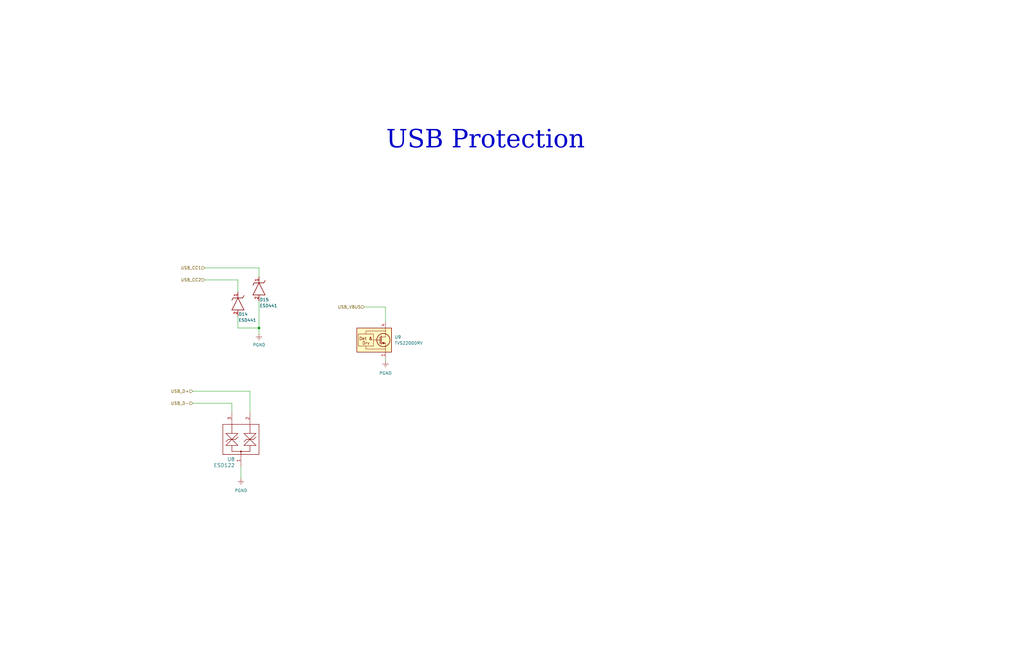
<source format=kicad_sch>
(kicad_sch (version 20231120) (generator "eeschema") (generator_version "8.0")
  (paper "B")
  (title_block (title "SCAN") (date "2025-01-30") (rev "v1.1") (company "Senior Design Group 35"))
  (lib_symbols
    (symbol "Power_Protection:TVS2200DRV" (pin_names (offset 0) hide)
      (property "Reference" "U" (at 2.54 1.27 0))
      (property "Value" "TVS2200DRV" (at 2.54 -1.27 0))
      (symbol "TVS2200DRV_0_0"
        (rectangle (start -11.43 2.54) (end -5.08 -2.54))
        (polyline (pts (xy 0 1.27) (xy -1.778 1.27)))
        (polyline (pts (xy -8.255 -2.54) (xy -8.255 -3.81) (xy 0 -3.81)))
        (polyline (pts (xy -8.255 2.54) (xy -8.255 3.81) (xy 0 3.81)))
        (text "Det &" (at -8.255 0.635 0) (effects (font (size 1.27 1.27))))
        (text "Drv" (at -8.255 -1.27 0) (effects (font (size 1.27 1.27))))
      )
      (symbol "TVS2200DRV_0_1"
        (rectangle (start -12.065 5.08) (end 2.54 -5.08) (stroke (width 0.254)) (fill (type background)))
        (circle (center -0.889 0) (radius 2.794) (stroke (width 0.254)))
        (polyline (pts (xy -2.286 0) (xy -5.08 0)))
        (polyline (pts (xy -2.286 1.397) (xy -2.286 -1.524)) (stroke (width 0.254)))
        (polyline (pts (xy -1.778 1.778) (xy -1.778 -1.778)) (stroke (width 0.254)))
        (polyline (pts (xy 0 -2.54) (xy 0 -5.08)))
        (polyline (pts (xy 0 2.54) (xy 0 1.27)))
        (polyline (pts (xy 0 5.08) (xy 0 2.54)))
        (polyline (pts (xy 0 -2.54) (xy 0 -1.27) (xy -1.778 -1.27)))
        (polyline (pts (xy -0.127 -1.27) (xy -1.143 -1.651) (xy -1.143 -0.889) (xy -0.127 -1.27)) (fill (type outline)))
      )
      (symbol "TVS2200DRV_1_1"
        (pin power_in line (at 0 -7.62 90) (length 2.54) (name "GND") (number "1"))
        (pin passive line (at 0 -7.62 90) (length 2.54) hide (name "GND") (number "2"))
        (pin passive line (at 0 -7.62 90) (length 2.54) hide (name "GND") (number "3"))
        (pin passive line (at 0 7.62 270) (length 2.54) (name "IN") (number "4"))
        (pin passive line (at 0 7.62 270) (length 2.54) hide (name "IN") (number "5"))
        (pin passive line (at 0 7.62 270) (length 2.54) hide (name "IN") (number "6"))
        (pin passive line (at 0 -7.62 90) (length 2.54) hide (name "GND") (number "7"))
      )
    )
    (symbol "custom_symbols:ESD122DMYR" (pin_names (offset 0.254))
      (property "Reference" "U" (at 0 1.27 0))
      (property "Value" "ESD122DMYR" (at 0 0 0))
      (symbol "ESD122DMYR_0_1"
        (circle (center -5.08 0) (radius 0.254) (stroke (width 0.2032)))
        (polyline (pts (xy -6.35 -7.62) (xy 6.35 -7.62)) (stroke (width 0.2032)))
        (polyline (pts (xy -6.35 0) (xy -5.08 0)) (stroke (width 0.2032)))
        (polyline (pts (xy -6.35 7.62) (xy -6.35 -7.62)) (stroke (width 0.2032)))
        (polyline (pts (xy -5.08 0) (xy -5.08 -3.81)) (stroke (width 0.2032)))
        (polyline (pts (xy -5.08 3.81) (xy -5.08 0)) (stroke (width 0.2032)))
        (polyline (pts (xy -2.54 -6.35) (xy 0 -3.81)) (stroke (width 0.2032)))
        (polyline (pts (xy -2.54 -3.81) (xy -5.08 -3.81)) (stroke (width 0.2032)))
        (polyline (pts (xy -2.54 -1.27) (xy -2.54 -6.35)) (stroke (width 0.2032)))
        (polyline (pts (xy -2.54 1.27) (xy 0 3.81)) (stroke (width 0.2032)))
        (polyline (pts (xy -2.54 3.81) (xy -5.08 3.81)) (stroke (width 0.2032)))
        (polyline (pts (xy -2.54 6.35) (xy -2.54 1.27)) (stroke (width 0.2032)))
        (polyline (pts (xy 0 -5.334) (xy 0 -2.286)) (stroke (width 0.2032)))
        (polyline (pts (xy 0 -3.81) (xy -2.54 -1.27)) (stroke (width 0.2032)))
        (polyline (pts (xy 0 -3.81) (xy 2.54 -1.27)) (stroke (width 0.2032)))
        (polyline (pts (xy 0 -2.286) (xy -1.016 -1.27)) (stroke (width 0.2032)))
        (polyline (pts (xy 0 2.286) (xy 0 5.334)) (stroke (width 0.2032)))
        (polyline (pts (xy 0 3.81) (xy -2.54 6.35)) (stroke (width 0.2032)))
        (polyline (pts (xy 0 3.81) (xy 2.54 6.35)) (stroke (width 0.2032)))
        (polyline (pts (xy 0 5.334) (xy -1.016 6.35)) (stroke (width 0.2032)))
        (polyline (pts (xy 1.016 -6.35) (xy 0 -5.334)) (stroke (width 0.2032)))
        (polyline (pts (xy 1.016 1.27) (xy 0 2.286)) (stroke (width 0.2032)))
        (polyline (pts (xy 2.54 -6.35) (xy 0 -3.81)) (stroke (width 0.2032)))
        (polyline (pts (xy 2.54 -1.27) (xy 2.54 -6.35)) (stroke (width 0.2032)))
        (polyline (pts (xy 2.54 1.27) (xy 0 3.81)) (stroke (width 0.2032)))
        (polyline (pts (xy 2.54 6.35) (xy 2.54 1.27)) (stroke (width 0.2032)))
        (polyline (pts (xy 6.35 -7.62) (xy 6.35 7.62)) (stroke (width 0.2032)))
        (polyline (pts (xy 6.35 -3.81) (xy 2.54 -3.81)) (stroke (width 0.2032)))
        (polyline (pts (xy 6.35 3.81) (xy 2.54 3.81)) (stroke (width 0.2032)))
        (polyline (pts (xy 6.35 7.62) (xy -6.35 7.62)) (stroke (width 0.2032)))
      )
      (symbol "ESD122DMYR_1_1"
        (pin unspecified line (at -11.43 0 0) (length 5.08) (name "") (number "1"))
        (pin unspecified line (at 11.43 -3.81 180) (length 5.08) (name "") (number "2"))
        (pin unspecified line (at 11.43 3.81 180) (length 5.08) (name "") (number "3"))
      )
    )
    (symbol "custom_symbols:ESD441DPLR" (pin_names hide)
      (property "Reference" "D" (at 12.7 8.89 0))
      (property "Value" "ESD441DPLR" (at 12.7 6.35 0))
      (symbol "ESD441DPLR_1_1"
        (polyline (pts (xy 9.144 2.54) (xy 10.16 2.032)) (stroke (width 0.254)))
        (polyline (pts (xy 10.16 -2.032) (xy 10.16 2.032)) (stroke (width 0.254)))
        (polyline (pts (xy 10.16 -2.032) (xy 11.176 -2.54)) (stroke (width 0.254)))
        (polyline (pts (xy 10.16 0) (xy 15.24 -2.54)) (stroke (width 0.254)))
        (polyline (pts (xy 15.24 2.54) (xy 10.16 0)) (stroke (width 0.254)))
        (polyline (pts (xy 15.24 2.54) (xy 15.24 -2.54)) (stroke (width 0.254)))
        (pin passive line (at 7.62 0 0) (length 2.54) (name "1") (number "1"))
        (pin passive line (at 17.78 0 180) (length 2.54) (name "2") (number "2"))
      )
    )
    (symbol "power:GNDREF" (power) (pin_numbers hide) (pin_names (offset 0) hide)
      (property "Value" "GNDREF" (at 0 -3.81 0))
      (symbol "GNDREF_0_1"
        (polyline (pts (xy -0.635 -1.905) (xy 0.635 -1.905)))
        (polyline (pts (xy -0.127 -2.54) (xy 0.127 -2.54)))
        (polyline (pts (xy 0 -1.27) (xy 0 0)))
        (polyline (pts (xy 1.27 -1.27) (xy -1.27 -1.27)))
      )
      (symbol "GNDREF_1_1"
        (pin power_in line (at 0 0 270) (length 0) (name "~") (number "1"))
      )
    )
  )
  (junction (at 109.22 138.43))
  (wire (pts (xy 81.28 170.18) (xy 97.79 170.18)))
  (wire (pts (xy 100.33 133.35) (xy 100.33 138.43)))
  (wire (pts (xy 97.79 170.18) (xy 97.79 173.99)))
  (wire (pts (xy 105.41 165.1) (xy 81.28 165.1)))
  (wire (pts (xy 86.36 118.11) (xy 100.33 118.11)))
  (wire (pts (xy 162.56 129.54) (xy 162.56 135.89)))
  (wire (pts (xy 109.22 113.03) (xy 109.22 116.84)))
  (wire (pts (xy 162.56 152.4) (xy 162.56 151.13)))
  (wire (pts (xy 101.6 196.85) (xy 101.6 201.93)))
  (wire (pts (xy 100.33 138.43) (xy 109.22 138.43)))
  (wire (pts (xy 109.22 127) (xy 109.22 138.43)))
  (wire (pts (xy 86.36 113.03) (xy 109.22 113.03)))
  (wire (pts (xy 100.33 118.11) (xy 100.33 123.19)))
  (wire (pts (xy 109.22 138.43) (xy 109.22 140.97)))
  (wire (pts (xy 153.67 129.54) (xy 162.56 129.54)))
  (wire (pts (xy 105.41 173.99) (xy 105.41 165.1)))
  (text "USB Protection" (at 204.724 61.214 0) (effects (font (size 7.62 7.62) (thickness 0.9525))))
  (hierarchical_label "USB_CC1" (shape input) (at 86.36 113.03 180))
  (hierarchical_label "USB_D-" (shape input) (at 81.28 170.18 180))
  (hierarchical_label "USB_D+" (shape input) (at 81.28 165.1 180))
  (hierarchical_label "USB_CC2" (shape input) (at 86.36 118.11 180))
  (hierarchical_label "USB_VBUS" (shape input) (at 153.67 129.54 180))
  (symbol (lib_id "custom_symbols:ESD441DPLR") (at 100.33 115.57 270) (unit 1)
    (property "Reference" "D14" (at 100.584 132.588 90) (effects (justify left)))
    (property "Value" "ESD441" (at 100.584 135.128 90) (effects (justify left)))
    (property "Footprint" "SCAN_footprints:X2SON2_DPL_TEX" (effects (hide yes)))
    (property "Description" "TVS Diode" (effects (hide yes)))
    (property "Manufacturer_Name" "Texas Instruments" (effects (hide yes)))
    (property "Manufacturer_Part_Number" "ESD441DPLR" (effects (hide yes)))
  )
  (symbol (lib_id "power:GNDREF") (at 101.6 201.93 0) (unit 1)
    (property "Reference" "#PWR090" (effects (hide yes)))
    (property "Value" "PGND" (at 101.6 207.01 0))
    (property "Description" "Power symbol creates a global label with name \"GNDREF\" , reference supply ground" (effects (hide yes)))
  )
  (symbol (lib_id "custom_symbols:ESD441DPLR") (at 109.22 109.22 270) (unit 1)
    (property "Reference" "D15" (at 109.474 126.492 90) (effects (justify left)))
    (property "Value" "ESD441" (at 109.474 129.032 90) (effects (justify left)))
    (property "Footprint" "SCAN_footprints:X2SON2_DPL_TEX" (effects (hide yes)))
    (property "Description" "TVS Diode" (effects (hide yes)))
    (property "Manufacturer_Name" "Texas Instruments" (effects (hide yes)))
    (property "Manufacturer_Part_Number" "ESD441DPLR" (effects (hide yes)))
  )
  (symbol (lib_id "Power_Protection:TVS2200DRV") (at 162.56 143.51 0) (unit 1)
    (property "Reference" "U9" (at 166.37 142.2399 0) (effects (justify left)))
    (property "Value" "TVS2200DRV" (at 166.37 144.7799 0) (effects (justify left)))
    (property "Footprint" "Package_SON:WSON-6-1EP_2x2mm_P0.65mm_EP1x1.6mm" (effects (hide yes)))
    (property "Datasheet" "http://www.ti.com/lit/ds/symlink/tvs2200.pdf" (effects (hide yes)))
    (property "Description" "Flat-Clamp Surge Protection Device. 22Vrwm, WSON-6" (effects (hide yes)))
  )
  (symbol (lib_id "power:GNDREF") (at 162.56 152.4 0) (unit 1)
    (property "Reference" "#PWR092" (effects (hide yes)))
    (property "Value" "PGND" (at 162.56 157.48 0))
    (property "Description" "Power symbol creates a global label with name \"GNDREF\" , reference supply ground" (effects (hide yes)))
  )
  (symbol (lib_id "custom_symbols:ESD122DMYR") (at 101.6 185.42 90) (unit 1)
    (property "Reference" "U8" (at 99.06 193.802 90) (effects (font (size 1.524 1.524)) (justify left)))
    (property "Value" "ESD122" (at 99.06 196.342 90) (effects (font (size 1.524 1.524)) (justify left)))
    (property "Footprint" "SCAN_footprints:DMY0003A" (effects (hide yes)))
    (property "Datasheet" "ESD122DMYR" (effects (hide yes)))
  )
  (symbol (lib_id "power:GNDREF") (at 109.22 140.97 0) (unit 1)
    (property "Reference" "#PWR091" (effects (hide yes)))
    (property "Value" "PGND" (at 109.22 145.542 0))
    (property "Description" "Power symbol creates a global label with name \"GNDREF\" , reference supply ground" (effects (hide yes)))
  )
)
</source>
